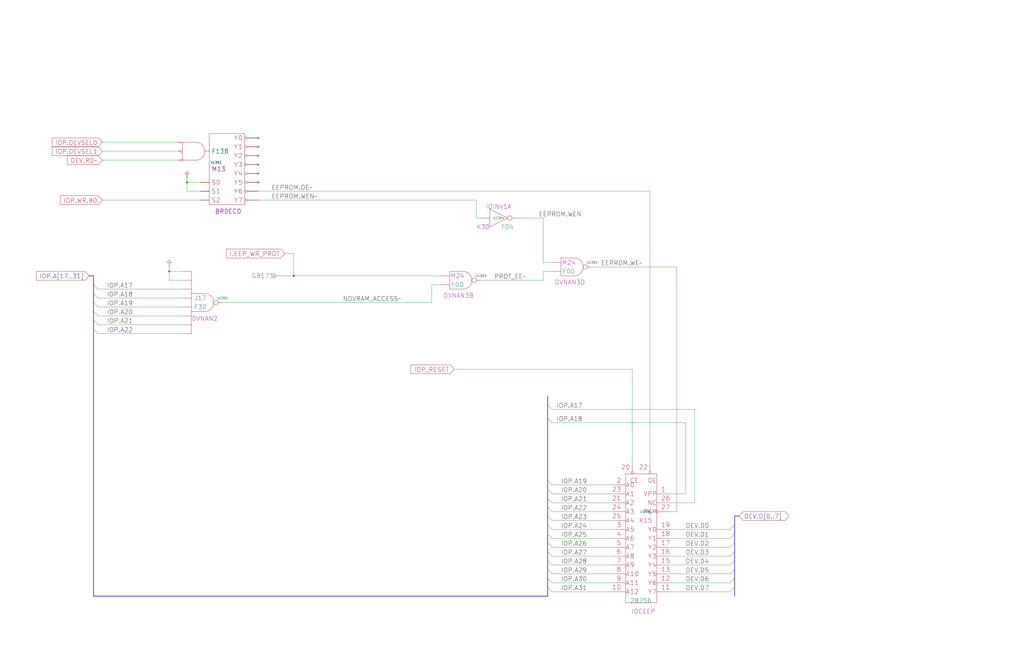
<source format=kicad_sch>
(kicad_sch (version 20211123) (generator eeschema)
  (paper "User" 584.2 378.46)
  (title_block (title "DEVICES / BOOT PROMS") (date "22-SEP-90") (rev "2.0") (comment 1 "IOC") (comment 2 "232-003061") (comment 3 "S400") (comment 4 "RELEASED"))
  (lib_symbols
    (symbol "r1000:28256" (pin_numbers hide) (pin_names (offset 1.016) hide)
      (property "Reference" "U" (at 2.54 5.08 0))
      (property "Value" "28256" (at -6.35 -45.72 0))
      (property "Location" "___" (at -1.27 0 0))
      (property "Name" "______" (at 1.27 -53.34 0))
      (symbol "28256_1_1"
        (rectangle (start -8.89 26.67) (end 8.89 -46.99))
        (circle (center -5.08 27.305) (radius 0.635))
        (circle (center 5.08 27.305) (radius 0.635))
        (circle (center 9.525 5.08) (radius 0.635))
        (text "0" (at -12.7 -38.1 0) (effects (font (size 2.54 2.54))))
        (text "0" (at -7.62 30.48 0) (effects (font (size 2.54 2.54))))
        (text "0" (at -5.08 20.32 0) (effects (font (size 2.54 2.54))))
        (text "0" (at -2.54 -30.48 0) (effects (font (size 2.54 2.54))))
        (text "0" (at 7.62 -5.08 0) (effects (font (size 2.54 2.54))))
        (text "1" (at -15.24 -38.1 0) (effects (font (size 2.54 2.54))))
        (text "1" (at -12.7 12.7 0) (effects (font (size 2.54 2.54))))
        (text "1" (at -5.08 -40.64 0) (effects (font (size 2.54 2.54))))
        (text "1" (at -5.08 -35.56 0) (effects (font (size 2.54 2.54))))
        (text "1" (at -5.08 -30.48 0) (effects (font (size 2.54 2.54))))
        (text "1" (at -5.08 15.24 0) (effects (font (size 2.54 2.54))))
        (text "1" (at -2.54 -35.56 0) (effects (font (size 2.54 2.54))))
        (text "1" (at 7.62 -10.16 0) (effects (font (size 2.54 2.54))))
        (text "1" (at 12.7 -38.1 0) (effects (font (size 2.54 2.54))))
        (text "1" (at 12.7 -33.02 0) (effects (font (size 2.54 2.54))))
        (text "1" (at 12.7 -27.94 0) (effects (font (size 2.54 2.54))))
        (text "1" (at 12.7 -22.86 0) (effects (font (size 2.54 2.54))))
        (text "1" (at 12.7 -17.78 0) (effects (font (size 2.54 2.54))))
        (text "1" (at 12.7 -12.7 0) (effects (font (size 2.54 2.54))))
        (text "1" (at 12.7 -7.62 0) (effects (font (size 2.54 2.54))))
        (text "1" (at 12.7 -2.54 0) (effects (font (size 2.54 2.54))))
        (text "1" (at 12.7 17.78 0) (effects (font (size 2.54 2.54))))
        (text "1" (at 15.24 -38.1 0) (effects (font (size 2.54 2.54))))
        (text "2" (at -15.24 2.54 0) (effects (font (size 2.54 2.54))))
        (text "2" (at -15.24 7.62 0) (effects (font (size 2.54 2.54))))
        (text "2" (at -15.24 12.7 0) (effects (font (size 2.54 2.54))))
        (text "2" (at -15.24 17.78 0) (effects (font (size 2.54 2.54))))
        (text "2" (at -12.7 22.86 0) (effects (font (size 2.54 2.54))))
        (text "2" (at -10.16 30.48 0) (effects (font (size 2.54 2.54))))
        (text "2" (at -5.08 10.16 0) (effects (font (size 2.54 2.54))))
        (text "2" (at -2.54 -40.64 0) (effects (font (size 2.54 2.54))))
        (text "2" (at 0 30.48 0) (effects (font (size 2.54 2.54))))
        (text "2" (at 2.54 30.48 0) (effects (font (size 2.54 2.54))))
        (text "2" (at 7.62 -15.24 0) (effects (font (size 2.54 2.54))))
        (text "2" (at 12.7 7.62 0) (effects (font (size 2.54 2.54))))
        (text "2" (at 12.7 12.7 0) (effects (font (size 2.54 2.54))))
        (text "2" (at 15.24 -33.02 0) (effects (font (size 2.54 2.54))))
        (text "3" (at -12.7 -2.54 0) (effects (font (size 2.54 2.54))))
        (text "3" (at -12.7 17.78 0) (effects (font (size 2.54 2.54))))
        (text "3" (at -5.08 5.08 0) (effects (font (size 2.54 2.54))))
        (text "3" (at 7.62 -20.32 0) (effects (font (size 2.54 2.54))))
        (text "3" (at 15.24 -27.94 0) (effects (font (size 2.54 2.54))))
        (text "4" (at -12.7 -7.62 0) (effects (font (size 2.54 2.54))))
        (text "4" (at -12.7 7.62 0) (effects (font (size 2.54 2.54))))
        (text "4" (at -5.08 0 0) (effects (font (size 2.54 2.54))))
        (text "4" (at 7.62 -25.4 0) (effects (font (size 2.54 2.54))))
        (text "5" (at -12.7 -12.7 0) (effects (font (size 2.54 2.54))))
        (text "5" (at -12.7 2.54 0) (effects (font (size 2.54 2.54))))
        (text "5" (at -5.08 -5.08 0) (effects (font (size 2.54 2.54))))
        (text "5" (at 7.62 -30.48 0) (effects (font (size 2.54 2.54))))
        (text "5" (at 15.24 -22.86 0) (effects (font (size 2.54 2.54))))
        (text "6" (at -12.7 -17.78 0) (effects (font (size 2.54 2.54))))
        (text "6" (at -5.08 -10.16 0) (effects (font (size 2.54 2.54))))
        (text "6" (at 7.62 -35.56 0) (effects (font (size 2.54 2.54))))
        (text "6" (at 15.24 -17.78 0) (effects (font (size 2.54 2.54))))
        (text "6" (at 15.24 12.7 0) (effects (font (size 2.54 2.54))))
        (text "7" (at -12.7 -22.86 0) (effects (font (size 2.54 2.54))))
        (text "7" (at -5.08 -15.24 0) (effects (font (size 2.54 2.54))))
        (text "7" (at 7.62 -40.64 0) (effects (font (size 2.54 2.54))))
        (text "7" (at 15.24 -12.7 0) (effects (font (size 2.54 2.54))))
        (text "7" (at 15.24 7.62 0) (effects (font (size 2.54 2.54))))
        (text "8" (at -12.7 -27.94 0) (effects (font (size 2.54 2.54))))
        (text "8" (at -5.08 -20.32 0) (effects (font (size 2.54 2.54))))
        (text "8" (at 15.24 -7.62 0) (effects (font (size 2.54 2.54))))
        (text "9" (at -12.7 -33.02 0) (effects (font (size 2.54 2.54))))
        (text "9" (at -5.08 -25.4 0) (effects (font (size 2.54 2.54))))
        (text "9" (at 15.24 -2.54 0) (effects (font (size 2.54 2.54))))
        (text "A" (at -7.62 -40.64 0) (effects (font (size 2.54 2.54))))
        (text "A" (at -7.62 -35.56 0) (effects (font (size 2.54 2.54))))
        (text "A" (at -7.62 -30.48 0) (effects (font (size 2.54 2.54))))
        (text "A" (at -7.62 -25.4 0) (effects (font (size 2.54 2.54))))
        (text "A" (at -7.62 -20.32 0) (effects (font (size 2.54 2.54))))
        (text "A" (at -7.62 -15.24 0) (effects (font (size 2.54 2.54))))
        (text "A" (at -7.62 -10.16 0) (effects (font (size 2.54 2.54))))
        (text "A" (at -7.62 -5.08 0) (effects (font (size 2.54 2.54))))
        (text "A" (at -7.62 0 0) (effects (font (size 2.54 2.54))))
        (text "A" (at -7.62 5.08 0) (effects (font (size 2.54 2.54))))
        (text "A" (at -7.62 10.16 0) (effects (font (size 2.54 2.54))))
        (text "A" (at -7.62 15.24 0) (effects (font (size 2.54 2.54))))
        (text "A" (at -7.62 20.32 0) (effects (font (size 2.54 2.54))))
        (text "C" (at -5.08 22.86 0) (effects (font (size 2.54 2.54))))
        (text "C" (at 7.62 10.16 0) (effects (font (size 2.54 2.54))))
        (text "E" (at -2.54 22.86 0) (effects (font (size 2.54 2.54))))
        (text "E" (at 7.62 22.86 0) (effects (font (size 2.54 2.54))))
        (text "G" (at 5.08 5.08 0) (effects (font (size 2.54 2.54))))
        (text "M" (at 7.62 5.08 0) (effects (font (size 2.54 2.54))))
        (text "N" (at 5.08 10.16 0) (effects (font (size 2.54 2.54))))
        (text "O" (at 5.08 22.86 0) (effects (font (size 2.54 2.54))))
        (text "P" (at 2.54 5.08 0) (effects (font (size 2.54 2.54))))
        (text "P" (at 5.08 15.24 0) (effects (font (size 2.54 2.54))))
        (text "P" (at 7.62 15.24 0) (effects (font (size 2.54 2.54))))
        (text "V" (at 2.54 15.24 0) (effects (font (size 2.54 2.54))))
        (text "Y" (at 5.08 -40.64 0) (effects (font (size 2.54 2.54))))
        (text "Y" (at 5.08 -35.56 0) (effects (font (size 2.54 2.54))))
        (text "Y" (at 5.08 -30.48 0) (effects (font (size 2.54 2.54))))
        (text "Y" (at 5.08 -25.4 0) (effects (font (size 2.54 2.54))))
        (text "Y" (at 5.08 -20.32 0) (effects (font (size 2.54 2.54))))
        (text "Y" (at 5.08 -15.24 0) (effects (font (size 2.54 2.54))))
        (text "Y" (at 5.08 -10.16 0) (effects (font (size 2.54 2.54))))
        (text "Y" (at 5.08 -5.08 0) (effects (font (size 2.54 2.54))))
        (pin input line (at 15.24 15.24 180) (length 6.35) (name "VPP") (number "1"))
        (pin input line (at -15.24 -40.64 0) (length 6.35) (name "A12") (number "10"))
        (pin tri_state line (at 15.24 -40.64 180) (length 6.35) (name "Y7") (number "11"))
        (pin tri_state line (at 15.24 -35.56 180) (length 6.35) (name "Y6") (number "12"))
        (pin tri_state line (at 15.24 -30.48 180) (length 6.35) (name "Y5") (number "13"))
        (pin tri_state line (at 15.24 -25.4 180) (length 6.35) (name "Y4") (number "15"))
        (pin tri_state line (at 15.24 -20.32 180) (length 6.35) (name "Y3") (number "16"))
        (pin tri_state line (at 15.24 -15.24 180) (length 6.35) (name "Y2") (number "17"))
        (pin tri_state line (at 15.24 -10.16 180) (length 6.35) (name "Y1") (number "18"))
        (pin tri_state line (at 15.24 -5.08 180) (length 6.35) (name "Y0") (number "19"))
        (pin input line (at -15.24 20.32 0) (length 6.35) (name "A0") (number "2"))
        (pin input line (at -5.08 33.02 270) (length 5.08) (name "CE_") (number "20"))
        (pin input line (at -15.24 10.16 0) (length 6.35) (name "A2") (number "21"))
        (pin input line (at 5.08 33.02 270) (length 5.08) (name "OE_") (number "22"))
        (pin input line (at -15.24 15.24 0) (length 6.35) (name "A1") (number "23"))
        (pin input line (at -15.24 5.08 0) (length 6.35) (name "A3") (number "24"))
        (pin input line (at -15.24 0 0) (length 6.35) (name "A4") (number "25"))
        (pin input line (at 15.24 10.16 180) (length 6.35) (name "NC") (number "26"))
        (pin input line (at 15.24 5.08 180) (length 5.08) (name "PGM_") (number "27"))
        (pin input line (at -15.24 -5.08 0) (length 6.35) (name "A5") (number "3"))
        (pin input line (at -15.24 -10.16 0) (length 6.35) (name "A6") (number "4"))
        (pin input line (at -15.24 -15.24 0) (length 6.35) (name "A7") (number "5"))
        (pin input line (at -15.24 -20.32 0) (length 6.35) (name "A8") (number "6"))
        (pin input line (at -15.24 -25.4 0) (length 6.35) (name "A9") (number "7"))
        (pin input line (at -15.24 -30.48 0) (length 6.35) (name "A10") (number "8"))
        (pin input line (at -15.24 -35.56 0) (length 6.35) (name "A11") (number "9"))
      )
    )
    (symbol "r1000:F00" (pin_numbers hide) (pin_names hide)
      (property "Reference" "U" (at 15.24 0 0))
      (property "Value" "F00" (at 1.905 -5.08 0))
      (property "Location" "___" (at 1.905 0 0))
      (property "Name" "______" (at 2.54 -12.7 0))
      (symbol "F00_0_1"
        (polyline (pts (xy -2.54 -7.62) (xy 5.08 -7.62)) (stroke (width 0.1524)))
        (polyline (pts (xy -2.54 2.54) (xy -2.54 -7.62)) (stroke (width 0.1524)))
        (polyline (pts (xy -2.54 2.54) (xy 5.08 2.54)) (stroke (width 0.1524)))
        (arc (start 5.08 -7.62) (mid 10.1282 -2.54) (end 5.08 2.54) (stroke (width 0.1524)))
        (circle (center 11.43 -2.54) (radius 1.27) (stroke (width 0.1524)))
      )
      (symbol "F00_0_2"
        (circle (center -3.81 -5.08) (radius 1.27) (stroke (width 0.1524)))
        (circle (center -3.81 0) (radius 1.27) (stroke (width 0.1524)))
        (arc (start -3.175 -7.62) (mid -2.134 -2.54) (end -3.175 2.54) (stroke (width 0.1524)))
        (polyline (pts (xy -3.175 -7.62) (xy 3.81 -7.62)) (stroke (width 0.1524)))
        (polyline (pts (xy -3.175 2.54) (xy 3.81 2.54)) (stroke (width 0.1524)))
        (arc (start 3.81 -7.62) (mid 7.5855 -5.8306) (end 10.16 -2.54) (stroke (width 0.1524)))
        (arc (start 10.16 -2.54) (mid 7.5827 0.7471) (end 3.81 2.54) (stroke (width 0.1524)))
      )
      (symbol "F00_1_1"
        (pin input line (at -7.62 0 0) (length 5.08) (name "D0") (number "1"))
        (pin input line (at -7.62 -5.08 0) (length 5.08) (name "D1") (number "2"))
        (pin output line (at 15.24 -2.54 180) (length 2.54) (name "Q") (number "3"))
      )
      (symbol "F00_1_2"
        (pin input line (at -7.62 0 0) (length 2.54) (name "D0") (number "1"))
        (pin input line (at -7.62 -5.08 0) (length 2.54) (name "D1") (number "2"))
        (pin output line (at 15.24 -2.54 180) (length 5.08) (name "Q") (number "3"))
      )
    )
    (symbol "r1000:F04" (pin_numbers hide) (pin_names hide)
      (property "Reference" "U" (at 0 0 0))
      (property "Value" "F04" (at 1.27 -5.08 0))
      (property "Location" "___" (at -12.7 -5.08 0))
      (property "Name" "______" (at 0 5.08 0))
      (symbol "F04_0_1"
        (polyline (pts (xy -7.62 0) (xy -5.08 0)) (stroke (width 0.1524)))
        (polyline (pts (xy -5.08 5.08) (xy -5.08 -5.08)) (stroke (width 0.1524)))
        (polyline (pts (xy 5.08 0) (xy -5.08 -5.08)) (stroke (width 0.1524)))
        (polyline (pts (xy 5.08 0) (xy -5.08 5.08)) (stroke (width 0.1524)))
        (circle (center 6.35 0) (radius 1.27) (stroke (width 0.1524)))
      )
      (symbol "F04_1_1"
        (pin input line (at -10.16 0 0) (length 2.54) (name "D") (number "1"))
        (pin output line (at 10.16 0 180) (length 2.54) (name "Q") (number "2"))
      )
    )
    (symbol "r1000:F138" (pin_numbers hide) (pin_names (offset 1.016) hide)
      (property "Reference" "U" (at 1.27 3.81 0))
      (property "Value" "F138" (at -1.27 10.16 0))
      (property "Location" "___" (at -1.27 0 0))
      (property "Name" "______" (at 8.255 -24.13 0))
      (symbol "F138_0_0"
        (arc (start -10.16 5.08) (mid -6.5679 6.5679) (end -5.08 10.16) (stroke (width 0.1524)))
        (arc (start -5.08 10.16) (mid -6.5679 13.7521) (end -10.16 15.24) (stroke (width 0.1524)))
        (polyline (pts (xy -17.78 5.08) (xy -10.16 5.08)) (stroke (width 0.1524)))
        (polyline (pts (xy -17.78 15.24) (xy -10.16 15.24)) (stroke (width 0.1524)))
      )
      (symbol "F138_0_1"
        (circle (center -18.415 5.08) (radius 0.635) (stroke (width 0.1524)))
        (circle (center -18.415 10.16) (radius 0.635) (stroke (width 0.1524)))
        (rectangle (start -2.54 20.32) (end 17.78 -20.32) (stroke (width 0.1524)))
        (polyline (pts (xy -19.05 15.24) (xy -17.78 15.24)) (stroke (width 0.1524)))
        (polyline (pts (xy -17.78 15.24) (xy -17.78 5.08)) (stroke (width 0.1524)))
        (polyline (pts (xy -2.54 10.16) (xy -5.08 10.16)) (stroke (width 0.1524)))
      )
      (symbol "F138_1_1"
        (circle (center 18.415 -17.78) (radius 0.635))
        (circle (center 18.415 -12.7) (radius 0.635))
        (circle (center 18.415 -7.62) (radius 0.635))
        (circle (center 18.415 -2.54) (radius 0.635))
        (circle (center 18.415 2.54) (radius 0.635))
        (circle (center 18.415 7.62) (radius 0.635))
        (circle (center 18.415 12.7) (radius 0.635))
        (circle (center 18.415 17.78) (radius 0.635))
        (text "0" (at 2.54 -7.62 0) (effects (font (size 2.54 2.54))))
        (text "0" (at 15.24 17.78 0) (effects (font (size 2.54 2.54))))
        (text "1" (at 2.54 -12.7 0) (effects (font (size 2.54 2.54))))
        (text "1" (at 15.24 12.7 0) (effects (font (size 2.54 2.54))))
        (text "2" (at 2.54 -17.78 0) (effects (font (size 2.54 2.54))))
        (text "2" (at 15.24 7.62 0) (effects (font (size 2.54 2.54))))
        (text "3" (at 15.24 2.54 0) (effects (font (size 2.54 2.54))))
        (text "4" (at 15.24 -2.54 0) (effects (font (size 2.54 2.54))))
        (text "5" (at 15.24 -7.62 0) (effects (font (size 2.54 2.54))))
        (text "6" (at 15.24 -12.7 0) (effects (font (size 2.54 2.54))))
        (text "7" (at 15.24 -17.78 0) (effects (font (size 2.54 2.54))))
        (text "S" (at 0 -17.78 0) (effects (font (size 2.54 2.54))))
        (text "S" (at 0 -12.7 0) (effects (font (size 2.54 2.54))))
        (text "S" (at 0 -7.62 0) (effects (font (size 2.54 2.54))))
        (text "Y" (at 12.7 -17.78 0) (effects (font (size 2.54 2.54))))
        (text "Y" (at 12.7 -12.7 0) (effects (font (size 2.54 2.54))))
        (text "Y" (at 12.7 -7.62 0) (effects (font (size 2.54 2.54))))
        (text "Y" (at 12.7 -2.54 0) (effects (font (size 2.54 2.54))))
        (text "Y" (at 12.7 2.54 0) (effects (font (size 2.54 2.54))))
        (text "Y" (at 12.7 7.62 0) (effects (font (size 2.54 2.54))))
        (text "Y" (at 12.7 12.7 0) (effects (font (size 2.54 2.54))))
        (text "Y" (at 12.7 17.78 0) (effects (font (size 2.54 2.54))))
        (pin input line (at -7.62 -17.78 0) (length 5.08) (name "S2") (number "1"))
        (pin output line (at 25.4 -7.62 180) (length 6.35) (name "Y5_") (number "10"))
        (pin output line (at 25.4 -2.54 180) (length 6.35) (name "Y4_") (number "11"))
        (pin output line (at 25.4 2.54 180) (length 6.35) (name "Y3_") (number "12"))
        (pin output line (at 25.4 7.62 180) (length 6.35) (name "Y2_") (number "13"))
        (pin output line (at 25.4 12.7 180) (length 6.35) (name "Y1_") (number "14"))
        (pin output line (at 25.4 17.78 180) (length 6.35) (name "Y0_") (number "15"))
        (pin input line (at -7.62 -12.7 0) (length 5.08) (name "S1") (number "2"))
        (pin input line (at -7.62 -7.62 0) (length 5.08) (name "S0") (number "3"))
        (pin input line (at -20.32 10.16 0) (length 1.27) (name "D1") (number "4"))
        (pin input line (at -20.32 5.08 0) (length 1.27) (name "D2") (number "5"))
        (pin input line (at -20.32 15.24 0) (length 1.27) (name "D0") (number "6"))
        (pin output line (at 25.4 -17.78 180) (length 6.35) (name "Y7_") (number "7"))
        (pin output line (at 25.4 -12.7 180) (length 6.35) (name "Y6_") (number "9"))
      )
    )
    (symbol "r1000:F30" (pin_numbers hide) (pin_names hide)
      (property "Reference" "U" (at 15.24 2.54 0))
      (property "Value" "F30" (at 2.54 -2.54 0))
      (property "Location" "___" (at 2.54 2.54 0))
      (property "Name" "______" (at 5.08 -10.62 0))
      (symbol "F30_0_0"
        (polyline (pts (xy -2.54 -5.08) (xy 5.08 -5.08)) (stroke (width 0.1524)))
        (polyline (pts (xy -2.54 5.08) (xy 5.08 5.08)) (stroke (width 0.1524)))
        (arc (start 5.08 -5.08) (mid 8.6721 -3.5921) (end 10.16 0) (stroke (width 0.1524)))
        (arc (start 10.16 0) (mid 8.6721 3.5921) (end 5.08 5.08) (stroke (width 0.1524)))
        (circle (center 11.43 0) (radius 1.27) (stroke (width 0.1524)))
      )
      (symbol "F30_0_1"
        (polyline (pts (xy -2.54 -7.62) (xy -2.54 -17.78)) (stroke (width 0.1524)))
        (polyline (pts (xy -2.54 -5.08) (xy -2.54 -7.62)) (stroke (width 0.1524)))
        (polyline (pts (xy -2.54 5.08) (xy -2.54 -5.08)) (stroke (width 0.1524)))
        (polyline (pts (xy -2.54 7.62) (xy -2.54 5.08)) (stroke (width 0.1524)))
        (polyline (pts (xy -2.54 17.145) (xy -2.54 7.62)) (stroke (width 0.1524)))
        (polyline (pts (xy -2.54 17.78) (xy -2.54 17.145)) (stroke (width 0.1524)))
      )
      (symbol "F30_1_1"
        (pin input line (at -7.62 7.62 0) (length 5.08) (name "D0") (number "1"))
        (pin input line (at -7.62 17.78 0) (length 5.08) (name "D1") (number "11"))
        (pin input line (at -7.62 12.7 0) (length 5.08) (name "D2") (number "12"))
        (pin input line (at -7.62 2.54 0) (length 5.08) (name "D3") (number "2"))
        (pin input line (at -7.62 -2.54 0) (length 5.08) (name "D4") (number "3"))
        (pin input line (at -7.62 -7.62 0) (length 5.08) (name "D5") (number "4"))
        (pin input line (at -7.62 -12.7 0) (length 5.08) (name "D6") (number "5"))
        (pin input line (at -7.62 -17.78 0) (length 5.08) (name "D7") (number "6"))
        (pin output line (at 15.24 0 180) (length 2.54) (name "Q") (number "8"))
      )
    )
    (symbol "r1000:GB" (pin_numbers hide) (pin_names (offset 0) hide)
      (property "Reference" "GB" (at 3.81 0 0))
      (symbol "GB_0_1"
        (polyline (pts (xy 2.54 0) (xy 3.81 1.27) (xy 3.81 -1.27) (xy 2.54 0)) (stroke (width 0.1524)))
      )
      (symbol "GB_1_1"
        (pin bidirectional line (at 0 0 0) (length 2.54) (name "") (number "1"))
      )
    )
    (symbol "r1000:PU" (power) (pin_numbers hide) (pin_names hide)
      (symbol "PU_0_1"
        (polyline (pts (xy 0 2.54) (xy -1.27 2.54) (xy 0 3.81) (xy 1.27 2.54) (xy 0 2.54)) (stroke (width 0.1524)))
      )
      (symbol "PU_1_1"
        (pin power_in line (at 0 0 90) (length 2.54) (name "PU") (number "1"))
      )
    )
  )
  (junction (at 167.64 157.48))
  (junction (at 106.68 104.14))
  (junction (at 96.52 154.94))
  (no_connect (at 147.32 78.74))
  (no_connect (at 147.32 83.82))
  (no_connect (at 147.32 88.9))
  (no_connect (at 147.32 93.98))
  (no_connect (at 147.32 99.06))
  (no_connect (at 147.32 104.14))
  (bus_entry (at 312.42 304.8) (size 2.54 2.54))
  (bus_entry (at 419.1 320.04) (size -2.54 2.54))
  (bus_entry (at 53.34 167.64) (size 2.54 2.54))
  (bus_entry (at 419.1 335.28) (size -2.54 2.54))
  (bus_entry (at 419.1 309.88) (size -2.54 2.54))
  (bus_entry (at 53.34 182.88) (size 2.54 2.54))
  (bus_entry (at 419.1 314.96) (size -2.54 2.54))
  (bus_entry (at 419.1 299.72) (size -2.54 2.54))
  (bus_entry (at 312.42 309.88) (size 2.54 2.54))
  (bus_entry (at 312.42 314.96) (size 2.54 2.54))
  (bus_entry (at 312.42 279.4) (size 2.54 2.54))
  (bus_entry (at 312.42 284.48) (size 2.54 2.54))
  (bus_entry (at 312.42 274.32) (size 2.54 2.54))
  (bus_entry (at 53.34 187.96) (size 2.54 2.54))
  (bus_entry (at 312.42 231.14) (size 2.54 2.54))
  (bus_entry (at 312.42 238.76) (size 2.54 2.54))
  (bus_entry (at 53.34 172.72) (size 2.54 2.54))
  (bus_entry (at 312.42 325.12) (size 2.54 2.54))
  (bus_entry (at 53.34 177.8) (size 2.54 2.54))
  (bus_entry (at 312.42 330.2) (size 2.54 2.54))
  (bus_entry (at 312.42 299.72) (size 2.54 2.54))
  (bus_entry (at 419.1 304.8) (size -2.54 2.54))
  (bus_entry (at 312.42 320.04) (size 2.54 2.54))
  (bus_entry (at 53.34 162.56) (size 2.54 2.54))
  (bus_entry (at 312.42 294.64) (size 2.54 2.54))
  (bus_entry (at 312.42 289.56) (size 2.54 2.54))
  (bus_entry (at 312.42 335.28) (size 2.54 2.54))
  (bus_entry (at 419.1 330.2) (size -2.54 2.54))
  (bus_entry (at 419.1 325.12) (size -2.54 2.54))
  (wire (pts (xy 381 327.66) (xy 416.56 327.66)))
  (wire (pts (xy 381 292.1) (xy 386.08 292.1)))
  (wire (pts (xy 386.08 152.4) (xy 337.82 152.4)))
  (wire (pts (xy 386.08 292.1) (xy 386.08 152.4)))
  (wire (pts (xy 55.88 185.42) (xy 104.14 185.42)))
  (bus (pts (xy 419.1 330.2) (xy 419.1 335.28)))
  (wire (pts (xy 381 302.26) (xy 416.56 302.26)))
  (wire (pts (xy 314.96 317.5) (xy 350.52 317.5)))
  (wire (pts (xy 381 337.82) (xy 416.56 337.82)))
  (wire (pts (xy 162.56 144.78) (xy 167.64 144.78)))
  (wire (pts (xy 167.64 144.78) (xy 167.64 157.48)))
  (wire (pts (xy 167.64 157.48) (xy 160.02 157.48)))
  (wire (pts (xy 381 312.42) (xy 416.56 312.42)))
  (bus (pts (xy 419.1 299.72) (xy 419.1 304.8)))
  (wire (pts (xy 314.96 337.82) (xy 350.52 337.82)))
  (wire (pts (xy 127 172.72) (xy 246.38 172.72)))
  (wire (pts (xy 246.38 162.56) (xy 251.46 162.56)))
  (wire (pts (xy 246.38 172.72) (xy 246.38 162.56)))
  (wire (pts (xy 259.08 210.82) (xy 360.68 210.82)))
  (wire (pts (xy 360.68 210.82) (xy 360.68 264.16)))
  (bus (pts (xy 53.34 177.8) (xy 53.34 182.88)))
  (bus (pts (xy 312.42 299.72) (xy 312.42 304.8)))
  (bus (pts (xy 53.34 167.64) (xy 53.34 172.72)))
  (wire (pts (xy 96.52 154.94) (xy 96.52 152.4)))
  (wire (pts (xy 96.52 160.02) (xy 96.52 154.94)))
  (wire (pts (xy 104.14 160.02) (xy 96.52 160.02)))
  (wire (pts (xy 314.96 241.3) (xy 391.16 241.3)))
  (wire (pts (xy 391.16 241.3) (xy 391.16 281.94)))
  (wire (pts (xy 391.16 281.94) (xy 381 281.94)))
  (wire (pts (xy 314.96 233.68) (xy 396.24 233.68)))
  (wire (pts (xy 396.24 233.68) (xy 396.24 287.02)))
  (wire (pts (xy 396.24 287.02) (xy 381 287.02)))
  (bus (pts (xy 312.42 284.48) (xy 312.42 289.56)))
  (bus (pts (xy 312.42 294.64) (xy 312.42 299.72)))
  (bus (pts (xy 312.42 314.96) (xy 312.42 320.04)))
  (wire (pts (xy 314.96 297.18) (xy 350.52 297.18)))
  (bus (pts (xy 312.42 226.06) (xy 312.42 231.14)))
  (bus (pts (xy 312.42 340.36) (xy 53.34 340.36)))
  (bus (pts (xy 312.42 231.14) (xy 312.42 238.76)))
  (bus (pts (xy 312.42 330.2) (xy 312.42 335.28)))
  (bus (pts (xy 312.42 309.88) (xy 312.42 314.96)))
  (wire (pts (xy 58.42 81.28) (xy 101.6 81.28)))
  (wire (pts (xy 314.96 312.42) (xy 350.52 312.42)))
  (wire (pts (xy 55.88 165.1) (xy 104.14 165.1)))
  (wire (pts (xy 58.42 91.44) (xy 101.6 91.44)))
  (bus (pts (xy 312.42 335.28) (xy 312.42 340.36)))
  (wire (pts (xy 314.96 276.86) (xy 350.52 276.86)))
  (bus (pts (xy 419.1 335.28) (xy 419.1 340.36)))
  (wire (pts (xy 58.42 86.36) (xy 101.6 86.36)))
  (bus (pts (xy 419.1 309.88) (xy 419.1 314.96)))
  (bus (pts (xy 419.1 325.12) (xy 419.1 330.2)))
  (wire (pts (xy 96.52 154.94) (xy 104.14 154.94)))
  (wire (pts (xy 106.68 104.14) (xy 106.68 101.6)))
  (wire (pts (xy 106.68 109.22) (xy 106.68 104.14)))
  (wire (pts (xy 114.3 109.22) (xy 106.68 109.22)))
  (wire (pts (xy 55.88 190.5) (xy 104.14 190.5)))
  (wire (pts (xy 55.88 180.34) (xy 104.14 180.34)))
  (bus (pts (xy 50.8 157.48) (xy 53.34 157.48)))
  (bus (pts (xy 53.34 157.48) (xy 53.34 162.56)))
  (bus (pts (xy 53.34 182.88) (xy 53.34 187.96)))
  (bus (pts (xy 53.34 162.56) (xy 53.34 167.64)))
  (wire (pts (xy 58.42 114.3) (xy 114.3 114.3)))
  (wire (pts (xy 147.32 109.22) (xy 370.84 109.22)))
  (wire (pts (xy 370.84 109.22) (xy 370.84 264.16)))
  (wire (pts (xy 381 322.58) (xy 416.56 322.58)))
  (wire (pts (xy 147.32 114.3) (xy 271.78 114.3)))
  (wire (pts (xy 271.78 114.3) (xy 271.78 124.46)))
  (wire (pts (xy 271.78 124.46) (xy 274.32 124.46)))
  (bus (pts (xy 419.1 294.64) (xy 419.1 299.72)))
  (bus (pts (xy 419.1 294.64) (xy 421.64 294.64)))
  (wire (pts (xy 167.64 157.48) (xy 251.46 157.48)))
  (wire (pts (xy 314.96 292.1) (xy 350.52 292.1)))
  (wire (pts (xy 314.96 327.66) (xy 350.52 327.66)))
  (wire (pts (xy 314.96 302.26) (xy 350.52 302.26)))
  (wire (pts (xy 55.88 170.18) (xy 104.14 170.18)))
  (wire (pts (xy 274.32 160.02) (xy 309.88 160.02)))
  (wire (pts (xy 309.88 154.94) (xy 314.96 154.94)))
  (wire (pts (xy 309.88 160.02) (xy 309.88 154.94)))
  (wire (pts (xy 381 317.5) (xy 416.56 317.5)))
  (wire (pts (xy 294.64 124.46) (xy 309.88 124.46)))
  (wire (pts (xy 309.88 124.46) (xy 309.88 149.86)))
  (wire (pts (xy 309.88 149.86) (xy 314.96 149.86)))
  (bus (pts (xy 312.42 279.4) (xy 312.42 284.48)))
  (bus (pts (xy 419.1 304.8) (xy 419.1 309.88)))
  (wire (pts (xy 381 307.34) (xy 416.56 307.34)))
  (bus (pts (xy 419.1 320.04) (xy 419.1 325.12)))
  (wire (pts (xy 55.88 175.26) (xy 104.14 175.26)))
  (wire (pts (xy 314.96 287.02) (xy 350.52 287.02)))
  (wire (pts (xy 381 332.74) (xy 416.56 332.74)))
  (bus (pts (xy 53.34 172.72) (xy 53.34 177.8)))
  (wire (pts (xy 314.96 322.58) (xy 350.52 322.58)))
  (bus (pts (xy 312.42 238.76) (xy 312.42 274.32)))
  (wire (pts (xy 314.96 307.34) (xy 350.52 307.34)))
  (bus (pts (xy 53.34 187.96) (xy 53.34 340.36)))
  (wire (pts (xy 314.96 332.74) (xy 350.52 332.74)))
  (bus (pts (xy 312.42 304.8) (xy 312.42 309.88)))
  (bus (pts (xy 312.42 274.32) (xy 312.42 279.4)))
  (wire (pts (xy 314.96 281.94) (xy 350.52 281.94)))
  (bus (pts (xy 419.1 314.96) (xy 419.1 320.04)))
  (bus (pts (xy 312.42 320.04) (xy 312.42 325.12)))
  (wire (pts (xy 106.68 104.14) (xy 114.3 104.14)))
  (bus (pts (xy 312.42 289.56) (xy 312.42 294.64)))
  (bus (pts (xy 312.42 325.12) (xy 312.42 330.2)))
  (label "IOP.A25" (at 320.04 307.34 0) (effects (font (size 2.54 2.54))))
  (label "IOP.A22" (at 320.04 292.1 0) (effects (font (size 2.54 2.54))))
  (label "DEV.D0" (at 391.16 302.26 0) (effects (font (size 2.54 2.54))))
  (label "IOP.A19" (at 320.04 276.86 0) (effects (font (size 2.54 2.54))))
  (label "EEPROM.WEN~" (at 154.94 114.3 0) (effects (font (size 2.54 2.54))))
  (label "IOP.A17" (at 317.5 233.68 0) (effects (font (size 2.54 2.54))))
  (label "IOP.A19" (at 60.96 175.26 0) (effects (font (size 2.54 2.54))))
  (label "IOP.A21" (at 60.96 185.42 0) (effects (font (size 2.54 2.54))))
  (label "EEPROM.WEN" (at 307.34 124.46 0) (effects (font (size 2.54 2.54))))
  (label "IOP.A30" (at 320.04 332.74 0) (effects (font (size 2.54 2.54))))
  (label "IOP.A24" (at 320.04 302.26 0) (effects (font (size 2.54 2.54))))
  (label "DEV.D6" (at 391.16 332.74 0) (effects (font (size 2.54 2.54))))
  (label "DEV.D1" (at 391.16 307.34 0) (effects (font (size 2.54 2.54))))
  (label "DEV.D7" (at 391.16 337.82 0) (effects (font (size 2.54 2.54))))
  (label "IOP.A21" (at 320.04 287.02 0) (effects (font (size 2.54 2.54))))
  (label "IOP.A18" (at 317.5 241.3 0) (effects (font (size 2.54 2.54))))
  (label "IOP.A17" (at 60.96 165.1 0) (effects (font (size 2.54 2.54))))
  (label "DEV.D4" (at 391.16 322.58 0) (effects (font (size 2.54 2.54))))
  (label "IOP.A23" (at 320.04 297.18 0) (effects (font (size 2.54 2.54))))
  (label "IOP.A20" (at 60.96 180.34 0) (effects (font (size 2.54 2.54))))
  (label "IOP.A27" (at 320.04 317.5 0) (effects (font (size 2.54 2.54))))
  (label "EEPROM.WE~" (at 342.9 152.4 0) (effects (font (size 2.54 2.54))))
  (label "IOP.A31" (at 320.04 337.82 0) (effects (font (size 2.54 2.54))))
  (label "IOP.A22" (at 60.96 190.5 0) (effects (font (size 2.54 2.54))))
  (label "IOP.A20" (at 320.04 281.94 0) (effects (font (size 2.54 2.54))))
  (label "DEV.D5" (at 391.16 327.66 0) (effects (font (size 2.54 2.54))))
  (label "EEPROM.OE~" (at 154.94 109.22 0) (effects (font (size 2.54 2.54))))
  (label "NOVRAM_ACCESS~" (at 195.58 172.72 0) (effects (font (size 2.54 2.54))))
  (label "DEV.D2" (at 391.16 312.42 0) (effects (font (size 2.54 2.54))))
  (label "PROT_EE~" (at 281.94 160.02 0) (effects (font (size 2.54 2.54))))
  (label "IOP.A28" (at 320.04 322.58 0) (effects (font (size 2.54 2.54))))
  (label "DEV.D3" (at 391.16 317.5 0) (effects (font (size 2.54 2.54))))
  (label "IOP.A18" (at 60.96 170.18 0) (effects (font (size 2.54 2.54))))
  (label "IOP.A26" (at 320.04 312.42 0) (effects (font (size 2.54 2.54))))
  (label "IOP.A29" (at 320.04 327.66 0) (effects (font (size 2.54 2.54))))
  (global_label "IOP.DEVSEL0" (shape input) (at 58.42 81.28 180) (effects (font (size 2.54 2.54))) (property "Intersheet References" "${INTERSHEET_REFS}" (at 29.3854 81.1213 0) (effects (font (size 2.54 2.54)) (justify right))))
  (global_label "I.EEP_WR_PROT" (shape input) (at 162.56 144.78 180) (effects (font (size 2.54 2.54))) (property "Intersheet References" "${INTERSHEET_REFS}" (at 128.8082 144.6213 0) (effects (font (size 2.54 2.54)) (justify right))))
  (global_label "IOP.DEVSEL1" (shape input) (at 58.42 86.36 180) (effects (font (size 2.54 2.54))) (property "Intersheet References" "${INTERSHEET_REFS}" (at 29.3854 86.2013 0) (effects (font (size 2.54 2.54)) (justify right))))
  (global_label "IOP.A[17..31]" (shape input) (at 50.8 157.48 180) (effects (font (size 2.54 2.54))) (property "Intersheet References" "${INTERSHEET_REFS}" (at 20.314 157.3213 0) (effects (font (size 2.54 2.54)) (justify right))))
  (global_label "DEV.RD~" (shape input) (at 58.42 91.44 180) (effects (font (size 2.54 2.54))) (property "Intersheet References" "${INTERSHEET_REFS}" (at 38.094 91.2813 0) (effects (font (size 2.54 2.54)) (justify right))))
  (global_label "DEV.D[0..7]" (shape bidirectional) (at 421.64 294.64 0) (effects (font (size 2.54 2.54))) (property "Intersheet References" "${INTERSHEET_REFS}" (at 448.2556 294.4813 0) (effects (font (size 2.54 2.54)) (justify left))))
  (global_label "IOP_RESET" (shape input) (at 259.08 210.82 180) (effects (font (size 2.54 2.54))) (property "Intersheet References" "${INTERSHEET_REFS}" (at 234.0368 210.6613 0) (effects (font (size 2.54 2.54)) (justify right))))
  (global_label "IOP.WR.B0" (shape input) (at 58.42 114.3 180) (effects (font (size 2.54 2.54))) (property "Intersheet References" "${INTERSHEET_REFS}" (at 33.9816 114.1413 0) (effects (font (size 2.54 2.54)) (justify right))))
  (symbol (lib_id "r1000:GB") (at 160.02 157.48 0) (mirror y) (unit 1)
    (property "Reference" "GB173" (at 156.21 157.48 0) (effects (font (size 2.54 2.54)) (justify left)))
    (property "Value" "GB" (effects hide))
  )
  (symbol (lib_id "r1000:PU") (at 106.68 101.6 0) (unit 1)
    (property "Reference" "#PWR01302" (effects hide))
    (property "Value" "PU" (effects hide))
  )
  (symbol (lib_id "r1000:F00") (at 259.08 157.48 0) (unit 1)
    (property "Reference" "U1303" (at 274.32 157.48 0))
    (property "Value" "F00" (at 260.985 162.56 0) (effects (font (size 2.54 2.54))))
    (property "Location" "M24" (at 260.985 157.48 0) (effects (font (size 2.54 2.54))))
    (property "Name" "DVNAN3B" (at 261.62 170.18 0) (effects (font (size 2.54 2.54)) (justify bottom)))
  )
  (symbol (lib_id "r1000:PU") (at 96.52 152.4 0) (unit 1)
    (property "Reference" "#PWR01301" (effects hide))
    (property "Value" "PU" (effects hide))
  )
  (symbol (lib_id "r1000:F30") (at 111.76 172.72 0) (unit 1)
    (property "Reference" "U1301" (at 127 170.18 0))
    (property "Value" "F30" (at 114.3 175.26 0) (effects (font (size 2.54 2.54))))
    (property "Location" "J17" (at 114.3 170.18 0) (effects (font (size 2.54 2.54))))
    (property "Name" "DVNAN2" (at 116.84 183.34 0) (effects (font (size 2.54 2.54)) (justify bottom)))
  )
  (symbol (lib_id "r1000:F138") (at 121.92 96.52 0) (unit 1)
    (property "Reference" "U1302" (at 123.19 92.71 0))
    (property "Value" "F138" (at 120.65 86.36 0) (effects (font (size 2.54 2.54)) (justify left)))
    (property "Location" "M13" (at 120.65 96.52 0) (effects (font (size 2.54 2.54)) (justify left)))
    (property "Name" "BRDEC0" (at 130.175 120.65 0) (effects (font (size 2.54 2.54))))
  )
  (symbol (lib_id "r1000:28256") (at 365.76 297.18 0) (unit 1)
    (property "Reference" "U1306" (at 368.3 292.1 0))
    (property "Value" "28256" (at 359.41 342.9 0) (effects (font (size 2.54 2.54)) (justify left)))
    (property "Location" "K15" (at 364.49 297.18 0) (effects (font (size 2.54 2.54)) (justify left)))
    (property "Name" "IOCEEP" (at 367.03 350.52 0) (effects (font (size 2.54 2.54)) (justify bottom)))
  )
  (symbol (lib_id "r1000:F04") (at 284.48 124.46 0) (unit 1)
    (property "Reference" "U1304" (at 284.48 124.46 0))
    (property "Value" "F04" (at 285.75 129.54 0) (effects (font (size 2.54 2.54)) (justify left)))
    (property "Location" "K30" (at 271.78 129.54 0) (effects (font (size 2.54 2.54)) (justify left)))
    (property "Name" "IOINV1A" (at 284.48 119.38 0) (effects (font (size 2.54 2.54)) (justify bottom)))
  )
  (symbol (lib_id "r1000:F00") (at 322.58 149.86 0) (unit 1)
    (property "Reference" "U1305" (at 337.82 149.86 0))
    (property "Value" "F00" (at 324.485 154.94 0) (effects (font (size 2.54 2.54))))
    (property "Location" "M24" (at 324.485 149.86 0) (effects (font (size 2.54 2.54))))
    (property "Name" "DVNAN3D" (at 325.12 162.56 0) (effects (font (size 2.54 2.54)) (justify bottom)))
  )
)
</source>
